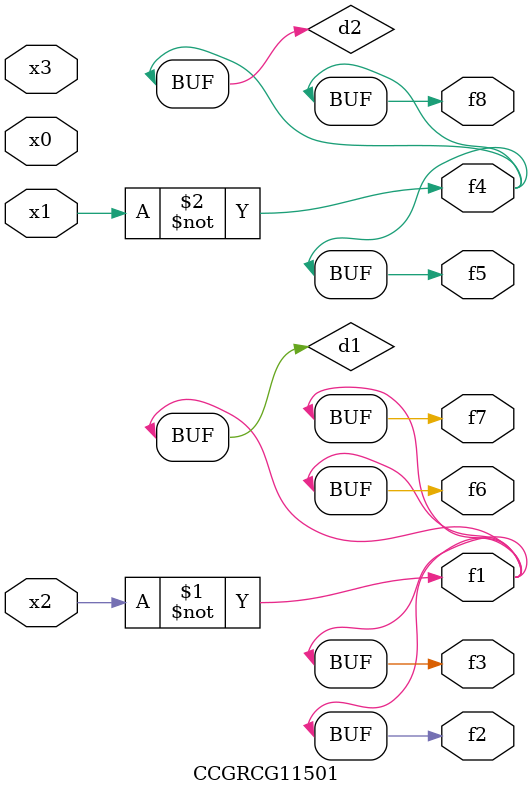
<source format=v>
module CCGRCG11501(
	input x0, x1, x2, x3,
	output f1, f2, f3, f4, f5, f6, f7, f8
);

	wire d1, d2;

	xnor (d1, x2);
	not (d2, x1);
	assign f1 = d1;
	assign f2 = d1;
	assign f3 = d1;
	assign f4 = d2;
	assign f5 = d2;
	assign f6 = d1;
	assign f7 = d1;
	assign f8 = d2;
endmodule

</source>
